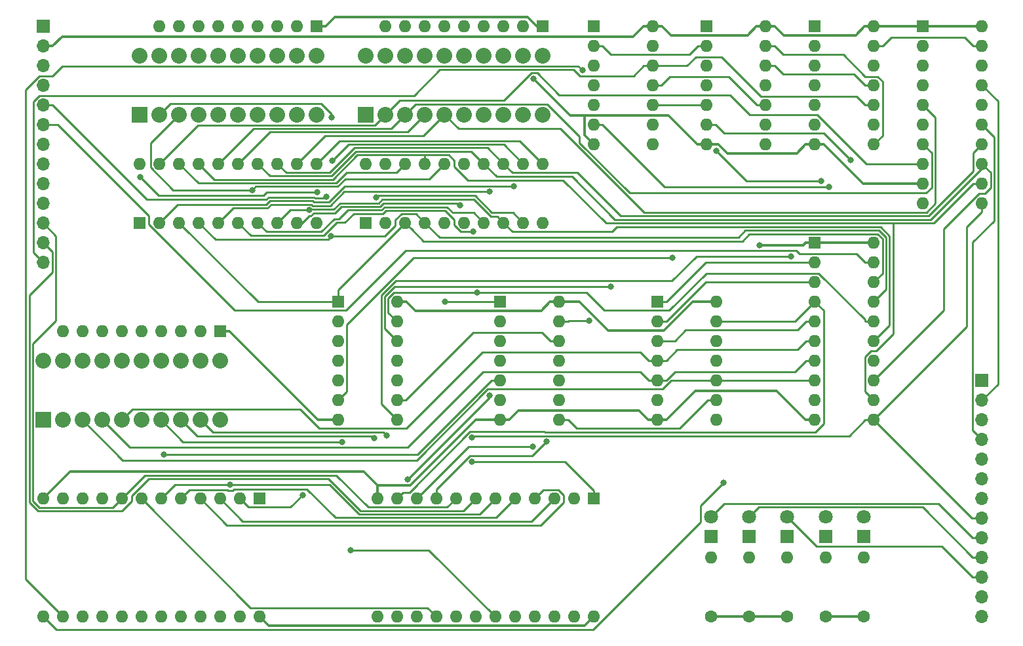
<source format=gtl>
G04 #@! TF.GenerationSoftware,KiCad,Pcbnew,5.0.2+dfsg1-1*
G04 #@! TF.CreationDate,2019-08-01T09:59:35+02:00*
G04 #@! TF.ProjectId,ALU,414c552e-6b69-4636-9164-5f7063625858,rev?*
G04 #@! TF.SameCoordinates,Original*
G04 #@! TF.FileFunction,Copper,L1,Top*
G04 #@! TF.FilePolarity,Positive*
%FSLAX46Y46*%
G04 Gerber Fmt 4.6, Leading zero omitted, Abs format (unit mm)*
G04 Created by KiCad (PCBNEW 5.0.2+dfsg1-1) date do 01 aug 2019 09:59:35 CEST*
%MOMM*%
%LPD*%
G01*
G04 APERTURE LIST*
G04 #@! TA.AperFunction,ComponentPad*
%ADD10O,1.600000X1.600000*%
G04 #@! TD*
G04 #@! TA.AperFunction,ComponentPad*
%ADD11R,1.600000X1.600000*%
G04 #@! TD*
G04 #@! TA.AperFunction,ComponentPad*
%ADD12O,1.700000X1.700000*%
G04 #@! TD*
G04 #@! TA.AperFunction,ComponentPad*
%ADD13R,1.700000X1.700000*%
G04 #@! TD*
G04 #@! TA.AperFunction,ComponentPad*
%ADD14R,2.032000X2.032000*%
G04 #@! TD*
G04 #@! TA.AperFunction,ComponentPad*
%ADD15C,2.032000*%
G04 #@! TD*
G04 #@! TA.AperFunction,ComponentPad*
%ADD16R,1.800000X1.800000*%
G04 #@! TD*
G04 #@! TA.AperFunction,ComponentPad*
%ADD17C,1.800000*%
G04 #@! TD*
G04 #@! TA.AperFunction,ComponentPad*
%ADD18C,1.600000*%
G04 #@! TD*
G04 #@! TA.AperFunction,ViaPad*
%ADD19C,0.800000*%
G04 #@! TD*
G04 #@! TA.AperFunction,Conductor*
%ADD20C,0.350000*%
G04 #@! TD*
G04 #@! TA.AperFunction,Conductor*
%ADD21C,0.250000*%
G04 #@! TD*
G04 APERTURE END LIST*
D10*
G04 #@! TO.P,U3,14*
G04 #@! TO.N,+5V*
X88900000Y-59690000D03*
G04 #@! TO.P,U3,7*
G04 #@! TO.N,GND*
X81280000Y-74930000D03*
G04 #@! TO.P,U3,13*
G04 #@! TO.N,Net-(U10-Pad6)*
X88900000Y-62230000D03*
G04 #@! TO.P,U3,6*
G04 #@! TO.N,Net-(U3-Pad6)*
X81280000Y-72390000D03*
G04 #@! TO.P,U3,12*
G04 #@! TO.N,Net-(U11-Pad9)*
X88900000Y-64770000D03*
G04 #@! TO.P,U3,5*
G04 #@! TO.N,/Cn4_B*
X81280000Y-69850000D03*
G04 #@! TO.P,U3,11*
G04 #@! TO.N,SHR*
X88900000Y-67310000D03*
G04 #@! TO.P,U3,4*
G04 #@! TO.N,Net-(U3-Pad4)*
X81280000Y-67310000D03*
G04 #@! TO.P,U3,10*
G04 #@! TO.N,~SHR*
X88900000Y-69850000D03*
G04 #@! TO.P,U3,3*
G04 #@! TO.N,/Cn4_B*
X81280000Y-64770000D03*
G04 #@! TO.P,U3,9*
G04 #@! TO.N,Net-(U10-Pad3)*
X88900000Y-72390000D03*
G04 #@! TO.P,U3,2*
G04 #@! TO.N,Net-(U3-Pad2)*
X81280000Y-62230000D03*
G04 #@! TO.P,U3,8*
G04 #@! TO.N,Net-(U3-Pad8)*
X88900000Y-74930000D03*
D11*
G04 #@! TO.P,U3,1*
G04 #@! TO.N,/Cn4_A*
X81280000Y-59690000D03*
G04 #@! TD*
G04 #@! TO.P,U8,1*
G04 #@! TO.N,Net-(U7-Pad3)*
X107950000Y-24130000D03*
D10*
G04 #@! TO.P,U8,8*
G04 #@! TO.N,Fc*
X115570000Y-39370000D03*
G04 #@! TO.P,U8,2*
G04 #@! TO.N,/Cn4_B*
X107950000Y-26670000D03*
G04 #@! TO.P,U8,9*
G04 #@! TO.N,Net-(U3-Pad6)*
X115570000Y-36830000D03*
G04 #@! TO.P,U8,3*
G04 #@! TO.N,Flt*
X107950000Y-29210000D03*
G04 #@! TO.P,U8,10*
G04 #@! TO.N,Net-(U7-Pad11)*
X115570000Y-34290000D03*
G04 #@! TO.P,U8,4*
G04 #@! TO.N,Net-(U7-Pad8)*
X107950000Y-31750000D03*
G04 #@! TO.P,U8,11*
G04 #@! TO.N,Fz*
X115570000Y-31750000D03*
G04 #@! TO.P,U8,5*
G04 #@! TO.N,Net-(U3-Pad4)*
X107950000Y-34290000D03*
G04 #@! TO.P,U8,12*
G04 #@! TO.N,Net-(U10-Pad11)*
X115570000Y-29210000D03*
G04 #@! TO.P,U8,6*
G04 #@! TO.N,Fgt*
X107950000Y-36830000D03*
G04 #@! TO.P,U8,13*
G04 #@! TO.N,SHRz*
X115570000Y-26670000D03*
G04 #@! TO.P,U8,7*
G04 #@! TO.N,GND*
X107950000Y-39370000D03*
G04 #@! TO.P,U8,14*
G04 #@! TO.N,+5V*
X115570000Y-24130000D03*
G04 #@! TD*
G04 #@! TO.P,U9,14*
G04 #@! TO.N,+5V*
X109220000Y-59690000D03*
G04 #@! TO.P,U9,7*
G04 #@! TO.N,GND*
X101600000Y-74930000D03*
G04 #@! TO.P,U9,13*
G04 #@! TO.N,Net-(BAR3-Pad7)*
X109220000Y-62230000D03*
G04 #@! TO.P,U9,6*
G04 #@! TO.N,Net-(U10-Pad2)*
X101600000Y-72390000D03*
G04 #@! TO.P,U9,12*
G04 #@! TO.N,Net-(U10-Pad1)*
X109220000Y-64770000D03*
G04 #@! TO.P,U9,5*
G04 #@! TO.N,Net-(BAR3-Pad4)*
X101600000Y-69850000D03*
G04 #@! TO.P,U9,11*
G04 #@! TO.N,Net-(BAR3-Pad2)*
X109220000Y-67310000D03*
G04 #@! TO.P,U9,4*
G04 #@! TO.N,Net-(BAR3-Pad5)*
X101600000Y-67310000D03*
G04 #@! TO.P,U9,10*
G04 #@! TO.N,Net-(BAR3-Pad3)*
X109220000Y-69850000D03*
G04 #@! TO.P,U9,3*
G04 #@! TO.N,Net-(BAR3-Pad6)*
X101600000Y-64770000D03*
G04 #@! TO.P,U9,9*
G04 #@! TO.N,Net-(U3-Pad8)*
X109220000Y-72390000D03*
G04 #@! TO.P,U9,2*
G04 #@! TO.N,Net-(BAR3-Pad8)*
X101600000Y-62230000D03*
G04 #@! TO.P,U9,8*
G04 #@! TO.N,Net-(U10-Pad12)*
X109220000Y-74930000D03*
D11*
G04 #@! TO.P,U9,1*
G04 #@! TO.N,Net-(BAR3-Pad9)*
X101600000Y-59690000D03*
G04 #@! TD*
G04 #@! TO.P,U10,1*
G04 #@! TO.N,Net-(U10-Pad1)*
X121920000Y-24130000D03*
D10*
G04 #@! TO.P,U10,8*
G04 #@! TO.N,SHRz*
X129540000Y-39370000D03*
G04 #@! TO.P,U10,2*
G04 #@! TO.N,Net-(U10-Pad2)*
X121920000Y-26670000D03*
G04 #@! TO.P,U10,9*
G04 #@! TO.N,Net-(U10-Pad9)*
X129540000Y-36830000D03*
G04 #@! TO.P,U10,3*
G04 #@! TO.N,Net-(U10-Pad3)*
X121920000Y-29210000D03*
G04 #@! TO.P,U10,10*
G04 #@! TO.N,SHR*
X129540000Y-34290000D03*
G04 #@! TO.P,U10,4*
G04 #@! TO.N,Net-(U10-Pad4)*
X121920000Y-31750000D03*
G04 #@! TO.P,U10,11*
G04 #@! TO.N,Net-(U10-Pad11)*
X129540000Y-31750000D03*
G04 #@! TO.P,U10,5*
G04 #@! TO.N,Net-(U10-Pad5)*
X121920000Y-34290000D03*
G04 #@! TO.P,U10,12*
G04 #@! TO.N,Net-(U10-Pad12)*
X129540000Y-29210000D03*
G04 #@! TO.P,U10,6*
G04 #@! TO.N,Net-(U10-Pad6)*
X121920000Y-36830000D03*
G04 #@! TO.P,U10,13*
G04 #@! TO.N,~SHR*
X129540000Y-26670000D03*
G04 #@! TO.P,U10,7*
G04 #@! TO.N,GND*
X121920000Y-39370000D03*
G04 #@! TO.P,U10,14*
G04 #@! TO.N,+5V*
X129540000Y-24130000D03*
G04 #@! TD*
G04 #@! TO.P,U7,14*
G04 #@! TO.N,+5V*
X100965000Y-24130000D03*
G04 #@! TO.P,U7,7*
G04 #@! TO.N,GND*
X93345000Y-39370000D03*
G04 #@! TO.P,U7,13*
G04 #@! TO.N,SHRc*
X100965000Y-26670000D03*
G04 #@! TO.P,U7,6*
G04 #@! TO.N,Feq*
X93345000Y-36830000D03*
G04 #@! TO.P,U7,12*
G04 #@! TO.N,SHR*
X100965000Y-29210000D03*
G04 #@! TO.P,U7,5*
G04 #@! TO.N,/A=B_B*
X93345000Y-34290000D03*
G04 #@! TO.P,U7,11*
G04 #@! TO.N,Net-(U7-Pad11)*
X100965000Y-31750000D03*
G04 #@! TO.P,U7,4*
G04 #@! TO.N,/A=B_A*
X93345000Y-31750000D03*
G04 #@! TO.P,U7,10*
G04 #@! TO.N,Net-(U3-Pad4)*
X100965000Y-34290000D03*
G04 #@! TO.P,U7,3*
G04 #@! TO.N,Net-(U7-Pad3)*
X93345000Y-29210000D03*
G04 #@! TO.P,U7,9*
G04 #@! TO.N,Net-(U3-Pad2)*
X100965000Y-36830000D03*
G04 #@! TO.P,U7,2*
G04 #@! TO.N,/Cn4_B*
X93345000Y-26670000D03*
G04 #@! TO.P,U7,8*
G04 #@! TO.N,Net-(U7-Pad8)*
X100965000Y-39370000D03*
D11*
G04 #@! TO.P,U7,1*
G04 #@! TO.N,/Cn4_A*
X93345000Y-24130000D03*
G04 #@! TD*
G04 #@! TO.P,U11,1*
G04 #@! TO.N,DATA_BUS0*
X60325000Y-59690000D03*
D10*
G04 #@! TO.P,U11,8*
G04 #@! TO.N,Net-(U10-Pad9)*
X67945000Y-74930000D03*
G04 #@! TO.P,U11,2*
G04 #@! TO.N,DATA_BUS1*
X60325000Y-62230000D03*
G04 #@! TO.P,U11,9*
G04 #@! TO.N,Net-(U11-Pad9)*
X67945000Y-72390000D03*
G04 #@! TO.P,U11,3*
G04 #@! TO.N,DATA_BUS3*
X60325000Y-64770000D03*
G04 #@! TO.P,U11,10*
G04 #@! TO.N,DATA_BUS6*
X67945000Y-69850000D03*
G04 #@! TO.P,U11,4*
G04 #@! TO.N,DATA_BUS4*
X60325000Y-67310000D03*
G04 #@! TO.P,U11,11*
G04 #@! TO.N,DATA_BUS7*
X67945000Y-67310000D03*
G04 #@! TO.P,U11,5*
G04 #@! TO.N,DATA_BUS5*
X60325000Y-69850000D03*
G04 #@! TO.P,U11,12*
G04 #@! TO.N,Net-(U10-Pad4)*
X67945000Y-64770000D03*
G04 #@! TO.P,U11,6*
G04 #@! TO.N,Net-(U10-Pad5)*
X60325000Y-72390000D03*
G04 #@! TO.P,U11,13*
G04 #@! TO.N,DATA_BUS2*
X67945000Y-62230000D03*
G04 #@! TO.P,U11,7*
G04 #@! TO.N,GND*
X60325000Y-74930000D03*
G04 #@! TO.P,U11,14*
G04 #@! TO.N,+5V*
X67945000Y-59690000D03*
G04 #@! TD*
D11*
G04 #@! TO.P,U12,1*
G04 #@! TO.N,+5V*
X121920000Y-52070000D03*
D10*
G04 #@! TO.P,U12,11*
G04 #@! TO.N,DATA_BUS7*
X129540000Y-74930000D03*
G04 #@! TO.P,U12,2*
G04 #@! TO.N,Net-(BAR3-Pad9)*
X121920000Y-54610000D03*
G04 #@! TO.P,U12,12*
G04 #@! TO.N,DATA_BUS6*
X129540000Y-72390000D03*
G04 #@! TO.P,U12,3*
G04 #@! TO.N,Net-(BAR3-Pad8)*
X121920000Y-57150000D03*
G04 #@! TO.P,U12,13*
G04 #@! TO.N,DATA_BUS5*
X129540000Y-69850000D03*
G04 #@! TO.P,U12,4*
G04 #@! TO.N,Net-(BAR3-Pad7)*
X121920000Y-59690000D03*
G04 #@! TO.P,U12,14*
G04 #@! TO.N,DATA_BUS4*
X129540000Y-67310000D03*
G04 #@! TO.P,U12,5*
G04 #@! TO.N,Net-(BAR3-Pad6)*
X121920000Y-62230000D03*
G04 #@! TO.P,U12,15*
G04 #@! TO.N,DATA_BUS3*
X129540000Y-64770000D03*
G04 #@! TO.P,U12,6*
G04 #@! TO.N,Net-(BAR3-Pad5)*
X121920000Y-64770000D03*
G04 #@! TO.P,U12,16*
G04 #@! TO.N,DATA_BUS2*
X129540000Y-62230000D03*
G04 #@! TO.P,U12,7*
G04 #@! TO.N,Net-(BAR3-Pad4)*
X121920000Y-67310000D03*
G04 #@! TO.P,U12,17*
G04 #@! TO.N,DATA_BUS1*
X129540000Y-59690000D03*
G04 #@! TO.P,U12,8*
G04 #@! TO.N,Net-(BAR3-Pad3)*
X121920000Y-69850000D03*
G04 #@! TO.P,U12,18*
G04 #@! TO.N,DATA_BUS0*
X129540000Y-57150000D03*
G04 #@! TO.P,U12,9*
G04 #@! TO.N,Net-(BAR3-Pad2)*
X121920000Y-72390000D03*
G04 #@! TO.P,U12,19*
G04 #@! TO.N,~ALU_OUT*
X129540000Y-54610000D03*
G04 #@! TO.P,U12,10*
G04 #@! TO.N,GND*
X121920000Y-74930000D03*
G04 #@! TO.P,U12,20*
G04 #@! TO.N,+5V*
X129540000Y-52070000D03*
G04 #@! TD*
D12*
G04 #@! TO.P,J1,13*
G04 #@! TO.N,SHR*
X22225000Y-54610000D03*
G04 #@! TO.P,J1,12*
G04 #@! TO.N,Cn*
X22225000Y-52070000D03*
G04 #@! TO.P,J1,11*
G04 #@! TO.N,M*
X22225000Y-49530000D03*
G04 #@! TO.P,J1,10*
G04 #@! TO.N,S3*
X22225000Y-46990000D03*
G04 #@! TO.P,J1,9*
G04 #@! TO.N,S2*
X22225000Y-44450000D03*
G04 #@! TO.P,J1,8*
G04 #@! TO.N,S1*
X22225000Y-41910000D03*
G04 #@! TO.P,J1,7*
G04 #@! TO.N,S0*
X22225000Y-39370000D03*
G04 #@! TO.P,J1,6*
G04 #@! TO.N,~ALU_OUT*
X22225000Y-36830000D03*
G04 #@! TO.P,J1,5*
G04 #@! TO.N,~AY_LOAD*
X22225000Y-34290000D03*
G04 #@! TO.P,J1,4*
G04 #@! TO.N,~AX_LOAD*
X22225000Y-31750000D03*
G04 #@! TO.P,J1,3*
G04 #@! TO.N,CLOCK*
X22225000Y-29210000D03*
G04 #@! TO.P,J1,2*
G04 #@! TO.N,+5V*
X22225000Y-26670000D03*
D13*
G04 #@! TO.P,J1,1*
G04 #@! TO.N,GND*
X22225000Y-24130000D03*
G04 #@! TD*
G04 #@! TO.P,J2,1*
G04 #@! TO.N,DATA_BUS0*
X143510000Y-69850000D03*
D12*
G04 #@! TO.P,J2,2*
G04 #@! TO.N,DATA_BUS1*
X143510000Y-72390000D03*
G04 #@! TO.P,J2,3*
G04 #@! TO.N,DATA_BUS2*
X143510000Y-74930000D03*
G04 #@! TO.P,J2,4*
G04 #@! TO.N,DATA_BUS3*
X143510000Y-77470000D03*
G04 #@! TO.P,J2,5*
G04 #@! TO.N,DATA_BUS4*
X143510000Y-80010000D03*
G04 #@! TO.P,J2,6*
G04 #@! TO.N,DATA_BUS5*
X143510000Y-82550000D03*
G04 #@! TO.P,J2,7*
G04 #@! TO.N,DATA_BUS6*
X143510000Y-85090000D03*
G04 #@! TO.P,J2,8*
G04 #@! TO.N,DATA_BUS7*
X143510000Y-87630000D03*
G04 #@! TO.P,J2,9*
G04 #@! TO.N,Fc*
X143510000Y-90170000D03*
G04 #@! TO.P,J2,10*
G04 #@! TO.N,Fz*
X143510000Y-92710000D03*
G04 #@! TO.P,J2,11*
G04 #@! TO.N,Flt*
X143510000Y-95250000D03*
G04 #@! TO.P,J2,12*
G04 #@! TO.N,Feq*
X143510000Y-97790000D03*
G04 #@! TO.P,J2,13*
G04 #@! TO.N,Fgt*
X143510000Y-100330000D03*
G04 #@! TD*
D14*
G04 #@! TO.P,BAR2,1*
G04 #@! TO.N,Net-(BAR2-Pad1)*
X34725700Y-35510600D03*
D15*
G04 #@! TO.P,BAR2,2*
G04 #@! TO.N,Net-(BAR2-Pad2)*
X37265700Y-35510600D03*
G04 #@! TO.P,BAR2,3*
G04 #@! TO.N,Net-(BAR2-Pad3)*
X39805700Y-35510600D03*
G04 #@! TO.P,BAR2,4*
G04 #@! TO.N,Net-(BAR2-Pad4)*
X42345700Y-35510600D03*
G04 #@! TO.P,BAR2,13*
G04 #@! TO.N,Net-(BAR2-Pad13)*
X52505700Y-27890600D03*
G04 #@! TO.P,BAR2,14*
G04 #@! TO.N,Net-(BAR2-Pad14)*
X49965700Y-27890600D03*
G04 #@! TO.P,BAR2,15*
G04 #@! TO.N,Net-(BAR2-Pad15)*
X47425700Y-27890600D03*
G04 #@! TO.P,BAR2,16*
G04 #@! TO.N,Net-(BAR2-Pad16)*
X44885700Y-27890600D03*
G04 #@! TO.P,BAR2,5*
G04 #@! TO.N,Net-(BAR2-Pad5)*
X44885700Y-35510600D03*
G04 #@! TO.P,BAR2,6*
G04 #@! TO.N,Net-(BAR2-Pad6)*
X47425700Y-35510600D03*
G04 #@! TO.P,BAR2,7*
G04 #@! TO.N,Net-(BAR2-Pad7)*
X49965700Y-35510600D03*
G04 #@! TO.P,BAR2,8*
G04 #@! TO.N,Net-(BAR2-Pad8)*
X52505700Y-35510600D03*
G04 #@! TO.P,BAR2,12*
G04 #@! TO.N,Net-(BAR2-Pad12)*
X55045700Y-27890600D03*
G04 #@! TO.P,BAR2,11*
G04 #@! TO.N,Net-(BAR2-Pad11)*
X57585700Y-27890600D03*
G04 #@! TO.P,BAR2,10*
G04 #@! TO.N,Net-(BAR2-Pad10)*
X57585700Y-35510600D03*
G04 #@! TO.P,BAR2,9*
G04 #@! TO.N,Net-(BAR2-Pad9)*
X55045700Y-35510600D03*
G04 #@! TO.P,BAR2,17*
G04 #@! TO.N,Net-(BAR2-Pad17)*
X42345700Y-27890600D03*
G04 #@! TO.P,BAR2,18*
G04 #@! TO.N,Net-(BAR2-Pad18)*
X39805700Y-27890600D03*
G04 #@! TO.P,BAR2,19*
G04 #@! TO.N,Net-(BAR2-Pad19)*
X37265700Y-27890600D03*
G04 #@! TO.P,BAR2,20*
G04 #@! TO.N,Net-(BAR2-Pad20)*
X34725700Y-27890600D03*
G04 #@! TD*
G04 #@! TO.P,BAR1,20*
G04 #@! TO.N,Net-(BAR1-Pad20)*
X63935700Y-27890600D03*
G04 #@! TO.P,BAR1,19*
G04 #@! TO.N,Net-(BAR1-Pad19)*
X66475700Y-27890600D03*
G04 #@! TO.P,BAR1,18*
G04 #@! TO.N,Net-(BAR1-Pad18)*
X69015700Y-27890600D03*
G04 #@! TO.P,BAR1,17*
G04 #@! TO.N,Net-(BAR1-Pad17)*
X71555700Y-27890600D03*
G04 #@! TO.P,BAR1,9*
G04 #@! TO.N,SHRc*
X84255700Y-35510600D03*
G04 #@! TO.P,BAR1,10*
G04 #@! TO.N,Net-(BAR1-Pad10)*
X86795700Y-35510600D03*
G04 #@! TO.P,BAR1,11*
G04 #@! TO.N,Net-(BAR1-Pad11)*
X86795700Y-27890600D03*
G04 #@! TO.P,BAR1,12*
G04 #@! TO.N,Net-(BAR1-Pad12)*
X84255700Y-27890600D03*
G04 #@! TO.P,BAR1,8*
G04 #@! TO.N,Net-(BAR1-Pad8)*
X81715700Y-35510600D03*
G04 #@! TO.P,BAR1,7*
G04 #@! TO.N,Net-(BAR1-Pad7)*
X79175700Y-35510600D03*
G04 #@! TO.P,BAR1,6*
G04 #@! TO.N,Net-(BAR1-Pad6)*
X76635700Y-35510600D03*
G04 #@! TO.P,BAR1,5*
G04 #@! TO.N,Net-(BAR1-Pad5)*
X74095700Y-35510600D03*
G04 #@! TO.P,BAR1,16*
G04 #@! TO.N,Net-(BAR1-Pad16)*
X74095700Y-27890600D03*
G04 #@! TO.P,BAR1,15*
G04 #@! TO.N,Net-(BAR1-Pad15)*
X76635700Y-27890600D03*
G04 #@! TO.P,BAR1,14*
G04 #@! TO.N,Net-(BAR1-Pad14)*
X79175700Y-27890600D03*
G04 #@! TO.P,BAR1,13*
G04 #@! TO.N,Net-(BAR1-Pad13)*
X81715700Y-27890600D03*
G04 #@! TO.P,BAR1,4*
G04 #@! TO.N,Net-(BAR1-Pad4)*
X71555700Y-35510600D03*
G04 #@! TO.P,BAR1,3*
G04 #@! TO.N,Net-(BAR1-Pad3)*
X69015700Y-35510600D03*
G04 #@! TO.P,BAR1,2*
G04 #@! TO.N,Net-(BAR1-Pad2)*
X66475700Y-35510600D03*
D14*
G04 #@! TO.P,BAR1,1*
G04 #@! TO.N,Net-(BAR1-Pad1)*
X63935700Y-35510600D03*
G04 #@! TD*
G04 #@! TO.P,BAR3,1*
G04 #@! TO.N,Net-(BAR3-Pad1)*
X22225000Y-74930000D03*
D15*
G04 #@! TO.P,BAR3,2*
G04 #@! TO.N,Net-(BAR3-Pad2)*
X24765000Y-74930000D03*
G04 #@! TO.P,BAR3,3*
G04 #@! TO.N,Net-(BAR3-Pad3)*
X27305000Y-74930000D03*
G04 #@! TO.P,BAR3,4*
G04 #@! TO.N,Net-(BAR3-Pad4)*
X29845000Y-74930000D03*
G04 #@! TO.P,BAR3,13*
G04 #@! TO.N,Net-(BAR3-Pad13)*
X40005000Y-67310000D03*
G04 #@! TO.P,BAR3,14*
G04 #@! TO.N,Net-(BAR3-Pad14)*
X37465000Y-67310000D03*
G04 #@! TO.P,BAR3,15*
G04 #@! TO.N,Net-(BAR3-Pad15)*
X34925000Y-67310000D03*
G04 #@! TO.P,BAR3,16*
G04 #@! TO.N,Net-(BAR3-Pad16)*
X32385000Y-67310000D03*
G04 #@! TO.P,BAR3,5*
G04 #@! TO.N,Net-(BAR3-Pad5)*
X32385000Y-74930000D03*
G04 #@! TO.P,BAR3,6*
G04 #@! TO.N,Net-(BAR3-Pad6)*
X34925000Y-74930000D03*
G04 #@! TO.P,BAR3,7*
G04 #@! TO.N,Net-(BAR3-Pad7)*
X37465000Y-74930000D03*
G04 #@! TO.P,BAR3,8*
G04 #@! TO.N,Net-(BAR3-Pad8)*
X40005000Y-74930000D03*
G04 #@! TO.P,BAR3,12*
G04 #@! TO.N,Net-(BAR3-Pad12)*
X42545000Y-67310000D03*
G04 #@! TO.P,BAR3,11*
G04 #@! TO.N,Net-(BAR3-Pad11)*
X45085000Y-67310000D03*
G04 #@! TO.P,BAR3,10*
G04 #@! TO.N,Net-(BAR3-Pad10)*
X45085000Y-74930000D03*
G04 #@! TO.P,BAR3,9*
G04 #@! TO.N,Net-(BAR3-Pad9)*
X42545000Y-74930000D03*
G04 #@! TO.P,BAR3,17*
G04 #@! TO.N,Net-(BAR3-Pad17)*
X29845000Y-67310000D03*
G04 #@! TO.P,BAR3,18*
G04 #@! TO.N,Net-(BAR3-Pad18)*
X27305000Y-67310000D03*
G04 #@! TO.P,BAR3,19*
G04 #@! TO.N,Net-(BAR3-Pad19)*
X24765000Y-67310000D03*
G04 #@! TO.P,BAR3,20*
G04 #@! TO.N,Net-(BAR3-Pad20)*
X22225000Y-67310000D03*
G04 #@! TD*
D16*
G04 #@! TO.P,D1,1*
G04 #@! TO.N,Net-(D1-Pad1)*
X118329000Y-90011000D03*
D17*
G04 #@! TO.P,D1,2*
G04 #@! TO.N,Flt*
X118329000Y-87471000D03*
G04 #@! TD*
G04 #@! TO.P,D2,2*
G04 #@! TO.N,Feq*
X123304000Y-87471000D03*
D16*
G04 #@! TO.P,D2,1*
G04 #@! TO.N,Net-(D2-Pad1)*
X123304000Y-90011000D03*
G04 #@! TD*
G04 #@! TO.P,D3,1*
G04 #@! TO.N,Net-(D3-Pad1)*
X128279000Y-90011000D03*
D17*
G04 #@! TO.P,D3,2*
G04 #@! TO.N,Fgt*
X128279000Y-87471000D03*
G04 #@! TD*
G04 #@! TO.P,D4,2*
G04 #@! TO.N,Fc*
X108489000Y-87471000D03*
D16*
G04 #@! TO.P,D4,1*
G04 #@! TO.N,Net-(D4-Pad1)*
X108489000Y-90011000D03*
G04 #@! TD*
G04 #@! TO.P,D5,1*
G04 #@! TO.N,Net-(D5-Pad1)*
X113464000Y-90011000D03*
D17*
G04 #@! TO.P,D5,2*
G04 #@! TO.N,Fz*
X113464000Y-87471000D03*
G04 #@! TD*
D10*
G04 #@! TO.P,U1,20*
G04 #@! TO.N,+5V*
X63935700Y-41860600D03*
G04 #@! TO.P,U1,10*
G04 #@! TO.N,GND*
X86795700Y-49480600D03*
G04 #@! TO.P,U1,19*
G04 #@! TO.N,Net-(BAR2-Pad2)*
X66475700Y-41860600D03*
G04 #@! TO.P,U1,9*
G04 #@! TO.N,Net-(BAR2-Pad6)*
X84255700Y-49480600D03*
G04 #@! TO.P,U1,18*
G04 #@! TO.N,DATA_BUS7*
X69015700Y-41860600D03*
G04 #@! TO.P,U1,8*
G04 #@! TO.N,DATA_BUS3*
X81715700Y-49480600D03*
G04 #@! TO.P,U1,17*
G04 #@! TO.N,DATA_BUS6*
X71555700Y-41860600D03*
G04 #@! TO.P,U1,7*
G04 #@! TO.N,DATA_BUS2*
X79175700Y-49480600D03*
G04 #@! TO.P,U1,16*
G04 #@! TO.N,Net-(BAR2-Pad3)*
X74095700Y-41860600D03*
G04 #@! TO.P,U1,6*
G04 #@! TO.N,Net-(BAR2-Pad7)*
X76635700Y-49480600D03*
G04 #@! TO.P,U1,15*
G04 #@! TO.N,Net-(BAR2-Pad4)*
X76635700Y-41860600D03*
G04 #@! TO.P,U1,5*
G04 #@! TO.N,Net-(BAR2-Pad8)*
X74095700Y-49480600D03*
G04 #@! TO.P,U1,14*
G04 #@! TO.N,DATA_BUS5*
X79175700Y-41860600D03*
G04 #@! TO.P,U1,4*
G04 #@! TO.N,DATA_BUS1*
X71555700Y-49480600D03*
G04 #@! TO.P,U1,13*
G04 #@! TO.N,DATA_BUS4*
X81715700Y-41860600D03*
G04 #@! TO.P,U1,3*
G04 #@! TO.N,DATA_BUS0*
X69015700Y-49480600D03*
G04 #@! TO.P,U1,12*
G04 #@! TO.N,Net-(BAR2-Pad5)*
X84255700Y-41860600D03*
G04 #@! TO.P,U1,2*
G04 #@! TO.N,Net-(BAR2-Pad9)*
X66475700Y-49480600D03*
G04 #@! TO.P,U1,11*
G04 #@! TO.N,CLOCK*
X86795700Y-41860600D03*
D11*
G04 #@! TO.P,U1,1*
G04 #@! TO.N,~AY_LOAD*
X63935700Y-49480600D03*
G04 #@! TD*
G04 #@! TO.P,U2,1*
G04 #@! TO.N,~AX_LOAD*
X34725700Y-49480600D03*
D10*
G04 #@! TO.P,U2,11*
G04 #@! TO.N,CLOCK*
X57585700Y-41860600D03*
G04 #@! TO.P,U2,2*
G04 #@! TO.N,SHRc*
X37265700Y-49480600D03*
G04 #@! TO.P,U2,12*
G04 #@! TO.N,Net-(BAR1-Pad5)*
X55045700Y-41860600D03*
G04 #@! TO.P,U2,3*
G04 #@! TO.N,DATA_BUS0*
X39805700Y-49480600D03*
G04 #@! TO.P,U2,13*
G04 #@! TO.N,DATA_BUS4*
X52505700Y-41860600D03*
G04 #@! TO.P,U2,4*
G04 #@! TO.N,DATA_BUS1*
X42345700Y-49480600D03*
G04 #@! TO.P,U2,14*
G04 #@! TO.N,DATA_BUS5*
X49965700Y-41860600D03*
G04 #@! TO.P,U2,5*
G04 #@! TO.N,Net-(BAR1-Pad8)*
X44885700Y-49480600D03*
G04 #@! TO.P,U2,15*
G04 #@! TO.N,Net-(BAR1-Pad4)*
X47425700Y-41860600D03*
G04 #@! TO.P,U2,6*
G04 #@! TO.N,Net-(BAR1-Pad7)*
X47425700Y-49480600D03*
G04 #@! TO.P,U2,16*
G04 #@! TO.N,Net-(BAR1-Pad3)*
X44885700Y-41860600D03*
G04 #@! TO.P,U2,7*
G04 #@! TO.N,DATA_BUS2*
X49965700Y-49480600D03*
G04 #@! TO.P,U2,17*
G04 #@! TO.N,DATA_BUS6*
X42345700Y-41860600D03*
G04 #@! TO.P,U2,8*
G04 #@! TO.N,DATA_BUS3*
X52505700Y-49480600D03*
G04 #@! TO.P,U2,18*
G04 #@! TO.N,DATA_BUS7*
X39805700Y-41860600D03*
G04 #@! TO.P,U2,9*
G04 #@! TO.N,Net-(BAR1-Pad6)*
X55045700Y-49480600D03*
G04 #@! TO.P,U2,19*
G04 #@! TO.N,Net-(BAR1-Pad2)*
X37265700Y-41860600D03*
G04 #@! TO.P,U2,10*
G04 #@! TO.N,GND*
X57585700Y-49480600D03*
G04 #@! TO.P,U2,20*
G04 #@! TO.N,+5V*
X34725700Y-41860600D03*
G04 #@! TD*
D11*
G04 #@! TO.P,U6,1*
G04 #@! TO.N,+5V*
X135890000Y-24130000D03*
D10*
G04 #@! TO.P,U6,11*
G04 #@! TO.N,DATA_BUS7*
X143510000Y-46990000D03*
G04 #@! TO.P,U6,2*
G04 #@! TO.N,Net-(BAR1-Pad8)*
X135890000Y-26670000D03*
G04 #@! TO.P,U6,12*
G04 #@! TO.N,DATA_BUS6*
X143510000Y-44450000D03*
G04 #@! TO.P,U6,3*
G04 #@! TO.N,Net-(BAR1-Pad7)*
X135890000Y-29210000D03*
G04 #@! TO.P,U6,13*
G04 #@! TO.N,DATA_BUS5*
X143510000Y-41910000D03*
G04 #@! TO.P,U6,4*
G04 #@! TO.N,Net-(BAR1-Pad6)*
X135890000Y-31750000D03*
G04 #@! TO.P,U6,14*
G04 #@! TO.N,DATA_BUS4*
X143510000Y-39370000D03*
G04 #@! TO.P,U6,5*
G04 #@! TO.N,Net-(BAR1-Pad5)*
X135890000Y-34290000D03*
G04 #@! TO.P,U6,15*
G04 #@! TO.N,DATA_BUS3*
X143510000Y-36830000D03*
G04 #@! TO.P,U6,6*
G04 #@! TO.N,Net-(BAR1-Pad4)*
X135890000Y-36830000D03*
G04 #@! TO.P,U6,16*
G04 #@! TO.N,DATA_BUS2*
X143510000Y-34290000D03*
G04 #@! TO.P,U6,7*
G04 #@! TO.N,Net-(BAR1-Pad3)*
X135890000Y-39370000D03*
G04 #@! TO.P,U6,17*
G04 #@! TO.N,DATA_BUS1*
X143510000Y-31750000D03*
G04 #@! TO.P,U6,8*
G04 #@! TO.N,Net-(BAR1-Pad2)*
X135890000Y-41910000D03*
G04 #@! TO.P,U6,18*
G04 #@! TO.N,DATA_BUS0*
X143510000Y-29210000D03*
G04 #@! TO.P,U6,9*
G04 #@! TO.N,GND*
X135890000Y-44450000D03*
G04 #@! TO.P,U6,19*
G04 #@! TO.N,~SHR*
X143510000Y-26670000D03*
G04 #@! TO.P,U6,10*
G04 #@! TO.N,GND*
X135890000Y-46990000D03*
G04 #@! TO.P,U6,20*
G04 #@! TO.N,+5V*
X143510000Y-24130000D03*
G04 #@! TD*
G04 #@! TO.P,U5,24*
G04 #@! TO.N,+5V*
X50165000Y-100330000D03*
G04 #@! TO.P,U5,12*
G04 #@! TO.N,GND*
X22225000Y-85090000D03*
G04 #@! TO.P,U5,23*
G04 #@! TO.N,Net-(BAR1-Pad4)*
X47625000Y-100330000D03*
G04 #@! TO.P,U5,11*
G04 #@! TO.N,Net-(BAR3-Pad3)*
X24765000Y-85090000D03*
G04 #@! TO.P,U5,22*
G04 #@! TO.N,Net-(BAR2-Pad4)*
X45085000Y-100330000D03*
G04 #@! TO.P,U5,10*
G04 #@! TO.N,Net-(BAR3-Pad4)*
X27305000Y-85090000D03*
G04 #@! TO.P,U5,21*
G04 #@! TO.N,Net-(BAR1-Pad3)*
X42545000Y-100330000D03*
G04 #@! TO.P,U5,9*
G04 #@! TO.N,Net-(BAR3-Pad5)*
X29845000Y-85090000D03*
G04 #@! TO.P,U5,20*
G04 #@! TO.N,Net-(BAR2-Pad3)*
X40005000Y-100330000D03*
G04 #@! TO.P,U5,8*
G04 #@! TO.N,M*
X32385000Y-85090000D03*
G04 #@! TO.P,U5,19*
G04 #@! TO.N,Net-(BAR1-Pad2)*
X37465000Y-100330000D03*
G04 #@! TO.P,U5,7*
G04 #@! TO.N,/Cn4_A*
X34925000Y-85090000D03*
G04 #@! TO.P,U5,18*
G04 #@! TO.N,Net-(BAR2-Pad2)*
X34925000Y-100330000D03*
G04 #@! TO.P,U5,6*
G04 #@! TO.N,S0*
X37465000Y-85090000D03*
G04 #@! TO.P,U5,17*
G04 #@! TO.N,Net-(U5-Pad17)*
X32385000Y-100330000D03*
G04 #@! TO.P,U5,5*
G04 #@! TO.N,S1*
X40005000Y-85090000D03*
G04 #@! TO.P,U5,16*
G04 #@! TO.N,/Cn4_B*
X29845000Y-100330000D03*
G04 #@! TO.P,U5,4*
G04 #@! TO.N,S2*
X42545000Y-85090000D03*
G04 #@! TO.P,U5,15*
G04 #@! TO.N,Net-(U5-Pad15)*
X27305000Y-100330000D03*
G04 #@! TO.P,U5,3*
G04 #@! TO.N,S3*
X45085000Y-85090000D03*
G04 #@! TO.P,U5,14*
G04 #@! TO.N,/A=B_B*
X24765000Y-100330000D03*
G04 #@! TO.P,U5,2*
G04 #@! TO.N,Net-(BAR1-Pad5)*
X47625000Y-85090000D03*
G04 #@! TO.P,U5,13*
G04 #@! TO.N,Net-(BAR3-Pad2)*
X22225000Y-100330000D03*
D11*
G04 #@! TO.P,U5,1*
G04 #@! TO.N,Net-(BAR2-Pad5)*
X50165000Y-85090000D03*
G04 #@! TD*
D10*
G04 #@! TO.P,U4,24*
G04 #@! TO.N,+5V*
X93345000Y-100330000D03*
G04 #@! TO.P,U4,12*
G04 #@! TO.N,GND*
X65405000Y-85090000D03*
G04 #@! TO.P,U4,23*
G04 #@! TO.N,Net-(BAR1-Pad8)*
X90805000Y-100330000D03*
G04 #@! TO.P,U4,11*
G04 #@! TO.N,Net-(BAR3-Pad7)*
X67945000Y-85090000D03*
G04 #@! TO.P,U4,22*
G04 #@! TO.N,Net-(BAR2-Pad8)*
X88265000Y-100330000D03*
G04 #@! TO.P,U4,10*
G04 #@! TO.N,Net-(BAR3-Pad8)*
X70485000Y-85090000D03*
G04 #@! TO.P,U4,21*
G04 #@! TO.N,Net-(BAR1-Pad7)*
X85725000Y-100330000D03*
G04 #@! TO.P,U4,9*
G04 #@! TO.N,Net-(BAR3-Pad9)*
X73025000Y-85090000D03*
G04 #@! TO.P,U4,20*
G04 #@! TO.N,Net-(BAR2-Pad7)*
X83185000Y-100330000D03*
G04 #@! TO.P,U4,8*
G04 #@! TO.N,M*
X75565000Y-85090000D03*
G04 #@! TO.P,U4,19*
G04 #@! TO.N,Net-(BAR1-Pad6)*
X80645000Y-100330000D03*
G04 #@! TO.P,U4,7*
G04 #@! TO.N,Cn*
X78105000Y-85090000D03*
G04 #@! TO.P,U4,18*
G04 #@! TO.N,Net-(BAR2-Pad6)*
X78105000Y-100330000D03*
G04 #@! TO.P,U4,6*
G04 #@! TO.N,S0*
X80645000Y-85090000D03*
G04 #@! TO.P,U4,17*
G04 #@! TO.N,Net-(U4-Pad17)*
X75565000Y-100330000D03*
G04 #@! TO.P,U4,5*
G04 #@! TO.N,S1*
X83185000Y-85090000D03*
G04 #@! TO.P,U4,16*
G04 #@! TO.N,/Cn4_A*
X73025000Y-100330000D03*
G04 #@! TO.P,U4,4*
G04 #@! TO.N,S2*
X85725000Y-85090000D03*
G04 #@! TO.P,U4,15*
G04 #@! TO.N,Net-(U4-Pad15)*
X70485000Y-100330000D03*
G04 #@! TO.P,U4,3*
G04 #@! TO.N,S3*
X88265000Y-85090000D03*
G04 #@! TO.P,U4,14*
G04 #@! TO.N,/A=B_A*
X67945000Y-100330000D03*
G04 #@! TO.P,U4,2*
G04 #@! TO.N,SHRc*
X90805000Y-85090000D03*
G04 #@! TO.P,U4,13*
G04 #@! TO.N,Net-(BAR3-Pad6)*
X65405000Y-100330000D03*
D11*
G04 #@! TO.P,U4,1*
G04 #@! TO.N,Net-(BAR2-Pad9)*
X93345000Y-85090000D03*
G04 #@! TD*
G04 #@! TO.P,RN1,1*
G04 #@! TO.N,GND*
X86795700Y-24080600D03*
D10*
G04 #@! TO.P,RN1,2*
G04 #@! TO.N,Net-(BAR1-Pad12)*
X84255700Y-24080600D03*
G04 #@! TO.P,RN1,3*
G04 #@! TO.N,Net-(BAR1-Pad13)*
X81715700Y-24080600D03*
G04 #@! TO.P,RN1,4*
G04 #@! TO.N,Net-(BAR1-Pad14)*
X79175700Y-24080600D03*
G04 #@! TO.P,RN1,5*
G04 #@! TO.N,Net-(BAR1-Pad15)*
X76635700Y-24080600D03*
G04 #@! TO.P,RN1,6*
G04 #@! TO.N,Net-(BAR1-Pad16)*
X74095700Y-24080600D03*
G04 #@! TO.P,RN1,7*
G04 #@! TO.N,Net-(BAR1-Pad17)*
X71555700Y-24080600D03*
G04 #@! TO.P,RN1,8*
G04 #@! TO.N,Net-(BAR1-Pad18)*
X69015700Y-24080600D03*
G04 #@! TO.P,RN1,9*
G04 #@! TO.N,Net-(BAR1-Pad19)*
X66475700Y-24080600D03*
G04 #@! TD*
G04 #@! TO.P,RN2,9*
G04 #@! TO.N,Net-(BAR2-Pad19)*
X37265700Y-24080600D03*
G04 #@! TO.P,RN2,8*
G04 #@! TO.N,Net-(BAR2-Pad18)*
X39805700Y-24080600D03*
G04 #@! TO.P,RN2,7*
G04 #@! TO.N,Net-(BAR2-Pad17)*
X42345700Y-24080600D03*
G04 #@! TO.P,RN2,6*
G04 #@! TO.N,Net-(BAR2-Pad16)*
X44885700Y-24080600D03*
G04 #@! TO.P,RN2,5*
G04 #@! TO.N,Net-(BAR2-Pad15)*
X47425700Y-24080600D03*
G04 #@! TO.P,RN2,4*
G04 #@! TO.N,Net-(BAR2-Pad14)*
X49965700Y-24080600D03*
G04 #@! TO.P,RN2,3*
G04 #@! TO.N,Net-(BAR2-Pad13)*
X52505700Y-24080600D03*
G04 #@! TO.P,RN2,2*
G04 #@! TO.N,Net-(BAR2-Pad12)*
X55045700Y-24080600D03*
D11*
G04 #@! TO.P,RN2,1*
G04 #@! TO.N,GND*
X57585700Y-24080600D03*
G04 #@! TD*
G04 #@! TO.P,RN3,1*
G04 #@! TO.N,GND*
X45085000Y-63500000D03*
D10*
G04 #@! TO.P,RN3,2*
G04 #@! TO.N,Net-(BAR3-Pad12)*
X42545000Y-63500000D03*
G04 #@! TO.P,RN3,3*
G04 #@! TO.N,Net-(BAR3-Pad13)*
X40005000Y-63500000D03*
G04 #@! TO.P,RN3,4*
G04 #@! TO.N,Net-(BAR3-Pad14)*
X37465000Y-63500000D03*
G04 #@! TO.P,RN3,5*
G04 #@! TO.N,Net-(BAR3-Pad15)*
X34925000Y-63500000D03*
G04 #@! TO.P,RN3,6*
G04 #@! TO.N,Net-(BAR3-Pad16)*
X32385000Y-63500000D03*
G04 #@! TO.P,RN3,7*
G04 #@! TO.N,Net-(BAR3-Pad17)*
X29845000Y-63500000D03*
G04 #@! TO.P,RN3,8*
G04 #@! TO.N,Net-(BAR3-Pad18)*
X27305000Y-63500000D03*
G04 #@! TO.P,RN3,9*
G04 #@! TO.N,Net-(BAR3-Pad19)*
X24765000Y-63500000D03*
G04 #@! TD*
D18*
G04 #@! TO.P,R5,1*
G04 #@! TO.N,GND*
X113464000Y-100330000D03*
D10*
G04 #@! TO.P,R5,2*
G04 #@! TO.N,Net-(D5-Pad1)*
X113464000Y-92710000D03*
G04 #@! TD*
G04 #@! TO.P,R4,2*
G04 #@! TO.N,Net-(D4-Pad1)*
X108489000Y-92710000D03*
D18*
G04 #@! TO.P,R4,1*
G04 #@! TO.N,GND*
X108489000Y-100330000D03*
G04 #@! TD*
G04 #@! TO.P,R3,1*
G04 #@! TO.N,GND*
X128279000Y-100330000D03*
D10*
G04 #@! TO.P,R3,2*
G04 #@! TO.N,Net-(D3-Pad1)*
X128279000Y-92710000D03*
G04 #@! TD*
G04 #@! TO.P,R2,2*
G04 #@! TO.N,Net-(D2-Pad1)*
X123304000Y-92710000D03*
D18*
G04 #@! TO.P,R2,1*
G04 #@! TO.N,GND*
X123304000Y-100330000D03*
G04 #@! TD*
G04 #@! TO.P,R1,1*
G04 #@! TO.N,GND*
X118329000Y-100330000D03*
D10*
G04 #@! TO.P,R1,2*
G04 #@! TO.N,Net-(D1-Pad1)*
X118329000Y-92710000D03*
G04 #@! TD*
D19*
G04 #@! TO.N,GND*
X85584300Y-30891900D03*
G04 #@! TO.N,Net-(BAR2-Pad9)*
X77657000Y-80323800D03*
G04 #@! TO.N,SHRc*
X83042500Y-44737200D03*
G04 #@! TO.N,/A=B_A*
X79909100Y-71769200D03*
X69309300Y-82602300D03*
G04 #@! TO.N,/Cn4_A*
X74132300Y-59663800D03*
G04 #@! TO.N,S0*
X46401600Y-83317600D03*
G04 #@! TO.N,Net-(BAR2-Pad6)*
X65262100Y-46215800D03*
G04 #@! TO.N,Net-(BAR1-Pad6)*
X76110800Y-47192300D03*
X61976900Y-91738900D03*
G04 #@! TO.N,Net-(BAR3-Pad9)*
X66622700Y-76978400D03*
X87275800Y-77738300D03*
G04 #@! TO.N,Net-(BAR1-Pad7)*
X77763400Y-50626000D03*
G04 #@! TO.N,Net-(BAR3-Pad8)*
X85509900Y-78380900D03*
X65035400Y-77286600D03*
G04 #@! TO.N,Net-(BAR3-Pad7)*
X60888500Y-77778500D03*
G04 #@! TO.N,Net-(BAR1-Pad8)*
X79876200Y-45464800D03*
G04 #@! TO.N,+5V*
X114782900Y-52376700D03*
G04 #@! TO.N,Net-(BAR2-Pad3)*
X49246400Y-45257100D03*
G04 #@! TO.N,Net-(BAR2-Pad2)*
X59457300Y-35889500D03*
G04 #@! TO.N,/Cn4_B*
X37848200Y-79404500D03*
G04 #@! TO.N,/A=B_B*
X91888500Y-29824100D03*
G04 #@! TO.N,Net-(BAR1-Pad5)*
X55756800Y-84662700D03*
G04 #@! TO.N,Net-(BAR3-Pad2)*
X110110600Y-83074100D03*
G04 #@! TO.N,Net-(BAR2-Pad5)*
X59539600Y-41473900D03*
G04 #@! TO.N,DATA_BUS7*
X77657000Y-77213400D03*
G04 #@! TO.N,DATA_BUS3*
X56580400Y-47834800D03*
G04 #@! TO.N,DATA_BUS2*
X78314200Y-58512300D03*
G04 #@! TO.N,DATA_BUS1*
X59435400Y-51234800D03*
G04 #@! TO.N,CLOCK*
X34739900Y-43602700D03*
X57631200Y-45536100D03*
G04 #@! TO.N,~AY_LOAD*
X58824900Y-46103200D03*
G04 #@! TO.N,Net-(U10-Pad6)*
X92794500Y-62091900D03*
G04 #@! TO.N,Net-(U10-Pad5)*
X103542700Y-53978200D03*
G04 #@! TO.N,Net-(U10-Pad4)*
X95596900Y-57753700D03*
G04 #@! TO.N,Net-(U10-Pad9)*
X118828500Y-53816100D03*
G04 #@! TO.N,Fgt*
X126588900Y-41424900D03*
G04 #@! TO.N,Flt*
X109173900Y-40197100D03*
X122750900Y-44137300D03*
G04 #@! TO.N,Feq*
X123788000Y-44901300D03*
G04 #@! TD*
D20*
G04 #@! TO.N,GND*
X92158900Y-35628900D02*
X90321300Y-35628900D01*
X90321300Y-35628900D02*
X85584300Y-30891900D01*
X123095300Y-39370000D02*
X128175300Y-44450000D01*
X128175300Y-44450000D02*
X134714700Y-44450000D01*
X106774700Y-39370000D02*
X103033600Y-35628900D01*
X103033600Y-35628900D02*
X92158900Y-35628900D01*
X65405000Y-83377600D02*
X65405000Y-83914700D01*
X65405000Y-83377600D02*
X69666900Y-83377600D01*
X69666900Y-83377600D02*
X78114500Y-74930000D01*
X78114500Y-74930000D02*
X80104700Y-74930000D01*
X120744700Y-39370000D02*
X119569300Y-40545400D01*
X119569300Y-40545400D02*
X110618700Y-40545400D01*
X110618700Y-40545400D02*
X109443300Y-39370000D01*
X109443300Y-39370000D02*
X109125300Y-39370000D01*
X107950000Y-39370000D02*
X109125300Y-39370000D01*
X121920000Y-39370000D02*
X120744700Y-39370000D01*
X122507700Y-39370000D02*
X121920000Y-39370000D01*
X122507700Y-39370000D02*
X123095300Y-39370000D01*
X135890000Y-44450000D02*
X134714700Y-44450000D01*
X101600000Y-74930000D02*
X102775300Y-74930000D01*
X121920000Y-74930000D02*
X120744700Y-74930000D01*
X120744700Y-74930000D02*
X117009000Y-71194300D01*
X117009000Y-71194300D02*
X106511000Y-71194300D01*
X106511000Y-71194300D02*
X102775300Y-74930000D01*
X45085000Y-63500000D02*
X46260300Y-63500000D01*
X46260300Y-63500000D02*
X57690300Y-74930000D01*
X57690300Y-74930000D02*
X60325000Y-74930000D01*
X107950000Y-39370000D02*
X106774700Y-39370000D01*
X81280000Y-74930000D02*
X80104700Y-74930000D01*
X81280000Y-74930000D02*
X82455300Y-74930000D01*
X100424700Y-74930000D02*
X99234100Y-73739400D01*
X99234100Y-73739400D02*
X83645900Y-73739400D01*
X83645900Y-73739400D02*
X82455300Y-74930000D01*
X101600000Y-74930000D02*
X100424700Y-74930000D01*
X113464000Y-100330000D02*
X108489000Y-100330000D01*
X118329000Y-100330000D02*
X113464000Y-100330000D01*
X128279000Y-100330000D02*
X123304000Y-100330000D01*
X65405000Y-85090000D02*
X65405000Y-83914700D01*
X63627300Y-81599900D02*
X65405000Y-83377600D01*
X25715100Y-81599900D02*
X63627300Y-81599900D01*
X22225000Y-85090000D02*
X25715100Y-81599900D01*
X58761000Y-24080600D02*
X57585700Y-24080600D01*
X59936300Y-22905300D02*
X58761000Y-24080600D01*
X84812400Y-22905300D02*
X59936300Y-22905300D01*
X85987700Y-24080600D02*
X84812400Y-22905300D01*
X86795700Y-24080600D02*
X85987700Y-24080600D01*
X92158900Y-38183900D02*
X92158900Y-37084000D01*
X93345000Y-39370000D02*
X92158900Y-38183900D01*
X92158900Y-35628900D02*
X92158900Y-37084000D01*
D21*
G04 #@! TO.N,Net-(BAR2-Pad9)*
X89628800Y-80323800D02*
X86614000Y-80323800D01*
X93345000Y-84040000D02*
X89628800Y-80323800D01*
X93345000Y-85090000D02*
X93345000Y-84040000D01*
X86614000Y-80323800D02*
X77657000Y-80323800D01*
G04 #@! TO.N,Net-(BAR3-Pad6)*
X121920000Y-62230000D02*
X120794700Y-62230000D01*
X101600000Y-64770000D02*
X103834400Y-64770000D01*
X103834400Y-64770000D02*
X105249100Y-63355300D01*
X105249100Y-63355300D02*
X119669400Y-63355300D01*
X119669400Y-63355300D02*
X120794700Y-62230000D01*
G04 #@! TO.N,SHRc*
X57236800Y-46828500D02*
X59125400Y-46828500D01*
X37265700Y-49480600D02*
X39588200Y-47158100D01*
X59125400Y-46828500D02*
X61216700Y-44737200D01*
X39588200Y-47158100D02*
X51014800Y-47158100D01*
X61216700Y-44737200D02*
X83042500Y-44737200D01*
X51014800Y-47158100D02*
X51513700Y-46659200D01*
X51513700Y-46659200D02*
X57067500Y-46659200D01*
X57067500Y-46659200D02*
X57236800Y-46828500D01*
G04 #@! TO.N,/A=B_A*
X79909100Y-71769200D02*
X79909100Y-72002500D01*
X79909100Y-72002500D02*
X69309300Y-82602300D01*
G04 #@! TO.N,S3*
X48019600Y-88024600D02*
X45085000Y-85090000D01*
X85330400Y-88024600D02*
X48019600Y-88024600D01*
X88265000Y-85090000D02*
X85330400Y-88024600D01*
G04 #@! TO.N,S2*
X88754000Y-83964500D02*
X86850500Y-83964500D01*
X42545000Y-85090000D02*
X45972800Y-88517800D01*
X86512000Y-88517800D02*
X89446400Y-85583400D01*
X45972800Y-88517800D02*
X86512000Y-88517800D01*
X86850500Y-83964500D02*
X85725000Y-85090000D01*
X89446400Y-84656900D02*
X88754000Y-83964500D01*
X89446400Y-85583400D02*
X89446400Y-84656900D01*
G04 #@! TO.N,/Cn4_A*
X74132300Y-59663800D02*
X80128500Y-59663800D01*
X80128500Y-59663800D02*
X80154700Y-59690000D01*
X81280000Y-59690000D02*
X80154700Y-59690000D01*
X71899700Y-99204700D02*
X73025000Y-100330000D01*
X49039700Y-99204700D02*
X71899700Y-99204700D01*
X34925000Y-85090000D02*
X49039700Y-99204700D01*
G04 #@! TO.N,S1*
X45997600Y-83964700D02*
X41130300Y-83964700D01*
X46088500Y-84055600D02*
X45997600Y-83964700D01*
X46689400Y-84055600D02*
X46088500Y-84055600D01*
X83185000Y-85090000D02*
X80705900Y-87569100D01*
X59988200Y-87569100D02*
X56315600Y-83896500D01*
X56315600Y-83896500D02*
X46848500Y-83896500D01*
X41130300Y-83964700D02*
X40005000Y-85090000D01*
X80705900Y-87569100D02*
X59988200Y-87569100D01*
X46848500Y-83896500D02*
X46689400Y-84055600D01*
G04 #@! TO.N,S0*
X37465000Y-85090000D02*
X39237400Y-83317600D01*
X39237400Y-83317600D02*
X40640000Y-83317600D01*
X40640000Y-83317600D02*
X46401600Y-83317600D01*
X59244300Y-83317600D02*
X46401600Y-83317600D01*
X63045500Y-87118800D02*
X59244300Y-83317600D01*
X78616200Y-87118800D02*
X63045500Y-87118800D01*
X80645000Y-85090000D02*
X78616200Y-87118800D01*
G04 #@! TO.N,Net-(BAR2-Pad6)*
X84255700Y-49480600D02*
X82917200Y-48142100D01*
X82917200Y-48142100D02*
X80170100Y-48142100D01*
X80170100Y-48142100D02*
X78013800Y-45985800D01*
X78013800Y-45985800D02*
X65492100Y-45985800D01*
X65492100Y-45985800D02*
X65262100Y-46215800D01*
G04 #@! TO.N,Cn*
X23400300Y-55900700D02*
X23400300Y-53245300D01*
X59114100Y-82550500D02*
X35842700Y-82550500D01*
X78105000Y-85090000D02*
X76526500Y-86668500D01*
X76526500Y-86668500D02*
X63232100Y-86668500D01*
X33655000Y-84738200D02*
X33655000Y-85441800D01*
X63232100Y-86668500D02*
X59114100Y-82550500D01*
X33655000Y-85441800D02*
X32388600Y-86708200D01*
X21563700Y-86708200D02*
X20429200Y-85573700D01*
X35842700Y-82550500D02*
X33655000Y-84738200D01*
X32388600Y-86708200D02*
X21563700Y-86708200D01*
X20429200Y-85573700D02*
X20429200Y-58871800D01*
X23400300Y-53245300D02*
X22225000Y-52070000D01*
X20429200Y-58871800D02*
X23400300Y-55900700D01*
G04 #@! TO.N,Net-(BAR1-Pad6)*
X57234300Y-48206700D02*
X59942400Y-48206700D01*
X59942400Y-48206700D02*
X60757700Y-47391400D01*
X60757700Y-47391400D02*
X65749200Y-47391400D01*
X65749200Y-47391400D02*
X66173200Y-46967400D01*
X66173200Y-46967400D02*
X75885900Y-46967400D01*
X75885900Y-46967400D02*
X76110800Y-47192300D01*
X72053900Y-91738900D02*
X69977000Y-91738900D01*
X80645000Y-100330000D02*
X72053900Y-91738900D01*
X69977000Y-91738900D02*
X61976900Y-91738900D01*
X55045700Y-49480600D02*
X55675400Y-49480600D01*
X56596199Y-48559801D02*
X56813825Y-48559801D01*
X55675400Y-49480600D02*
X56596199Y-48559801D01*
X56813825Y-48559801D02*
X56827661Y-48573637D01*
X56827661Y-48573637D02*
X57234300Y-48206700D01*
G04 #@! TO.N,M*
X32385000Y-85090000D02*
X31217100Y-86257900D01*
X23869200Y-51174200D02*
X22225000Y-49530000D01*
X31217100Y-86257900D02*
X21750300Y-86257900D01*
X20879500Y-85387100D02*
X20879500Y-65122300D01*
X21750300Y-86257900D02*
X20879500Y-85387100D01*
X23869200Y-62132600D02*
X23869200Y-51174200D01*
X20879500Y-65122300D02*
X23869200Y-62132600D01*
X35374800Y-82100200D02*
X32385000Y-85090000D01*
X60101300Y-82100200D02*
X35374800Y-82100200D01*
X74436800Y-86218200D02*
X64219300Y-86218200D01*
X64219300Y-86218200D02*
X60101300Y-82100200D01*
X75565000Y-85090000D02*
X74436800Y-86218200D01*
G04 #@! TO.N,Net-(BAR3-Pad9)*
X66622700Y-76978400D02*
X66200200Y-76555900D01*
X66200200Y-76555900D02*
X44170900Y-76555900D01*
X44170900Y-76555900D02*
X42545000Y-74930000D01*
X102725300Y-59690000D02*
X107805300Y-54610000D01*
X107805300Y-54610000D02*
X120794700Y-54610000D01*
X121920000Y-54610000D02*
X120794700Y-54610000D01*
X101600000Y-59690000D02*
X102725300Y-59690000D01*
X85415600Y-79598500D02*
X87275800Y-77738300D01*
X77356600Y-79598500D02*
X85415600Y-79598500D01*
X73025000Y-83930100D02*
X77356600Y-79598500D01*
X73025000Y-85090000D02*
X73025000Y-83930100D01*
G04 #@! TO.N,Net-(BAR1-Pad7)*
X61214200Y-49432300D02*
X62354500Y-48292000D01*
X76150900Y-50626000D02*
X77763400Y-50626000D01*
X49052800Y-51107700D02*
X58484900Y-51107700D01*
X60160300Y-49432300D02*
X61214200Y-49432300D01*
X47425700Y-49480600D02*
X49052800Y-51107700D01*
X75311300Y-49091200D02*
X75311300Y-49786400D01*
X75311300Y-49786400D02*
X76150900Y-50626000D01*
X66514500Y-47899900D02*
X74120000Y-47899900D01*
X62354500Y-48292000D02*
X66122400Y-48292000D01*
X66122400Y-48292000D02*
X66514500Y-47899900D01*
X58484900Y-51107700D02*
X60160300Y-49432300D01*
X74120000Y-47899900D02*
X75311300Y-49091200D01*
G04 #@! TO.N,Net-(BAR3-Pad8)*
X65035400Y-77286600D02*
X64802000Y-77053200D01*
X64802000Y-77053200D02*
X42128200Y-77053200D01*
X42128200Y-77053200D02*
X40005000Y-74930000D01*
X102725300Y-62230000D02*
X107805300Y-57150000D01*
X107805300Y-57150000D02*
X120794700Y-57150000D01*
X121920000Y-57150000D02*
X120794700Y-57150000D01*
X101600000Y-62230000D02*
X102725300Y-62230000D01*
X77194100Y-78380900D02*
X78486000Y-78380900D01*
X70485000Y-85090000D02*
X77194100Y-78380900D01*
X85509900Y-78380900D02*
X78486000Y-78380900D01*
G04 #@! TO.N,Net-(BAR3-Pad7)*
X60888500Y-77778500D02*
X40313500Y-77778500D01*
X40313500Y-77778500D02*
X37465000Y-74930000D01*
X109220000Y-62230000D02*
X110345300Y-62230000D01*
X121945100Y-76507700D02*
X123045300Y-75407500D01*
X87050600Y-76507700D02*
X121945100Y-76507700D01*
X67945000Y-85090000D02*
X68744999Y-84290001D01*
X68744999Y-84290001D02*
X69544699Y-84290001D01*
X77387900Y-76446800D02*
X86989700Y-76446800D01*
X86989700Y-76446800D02*
X87050600Y-76507700D01*
X69544699Y-84290001D02*
X77387900Y-76446800D01*
X123045300Y-60815300D02*
X123045300Y-62611000D01*
X123045300Y-75407500D02*
X123045300Y-62611000D01*
X121920000Y-59690000D02*
X123045300Y-60815300D01*
X123045300Y-62611000D02*
X123045300Y-61659200D01*
X119380000Y-62230000D02*
X121920000Y-59690000D01*
X109220000Y-62230000D02*
X119380000Y-62230000D01*
G04 #@! TO.N,Net-(BAR1-Pad8)*
X61126000Y-45464800D02*
X79876200Y-45464800D01*
X56880900Y-47109500D02*
X57050200Y-47278800D01*
X46757900Y-47608400D02*
X51201400Y-47608400D01*
X59312000Y-47278800D02*
X61126000Y-45464800D01*
X44885700Y-49480600D02*
X46757900Y-47608400D01*
X51201400Y-47608400D02*
X51700300Y-47109500D01*
X57050200Y-47278800D02*
X59312000Y-47278800D01*
X51700300Y-47109500D02*
X56880900Y-47109500D01*
D20*
G04 #@! TO.N,+5V*
X115570000Y-24130000D02*
X116745300Y-24130000D01*
X129540000Y-24130000D02*
X128364700Y-24130000D01*
X128364700Y-24130000D02*
X127189300Y-25305400D01*
X127189300Y-25305400D02*
X117920700Y-25305400D01*
X117920700Y-25305400D02*
X116745300Y-24130000D01*
X135890000Y-24130000D02*
X129540000Y-24130000D01*
X109220000Y-59690000D02*
X106129400Y-59690000D01*
X106129400Y-59690000D02*
X102392100Y-63427300D01*
X102392100Y-63427300D02*
X95226400Y-63427300D01*
X95226400Y-63427300D02*
X91489100Y-59690000D01*
X91489100Y-59690000D02*
X90075300Y-59690000D01*
X135890000Y-24130000D02*
X143510000Y-24130000D01*
X120744700Y-52070000D02*
X120438000Y-52376700D01*
X120438000Y-52376700D02*
X114782900Y-52376700D01*
X121920000Y-52070000D02*
X120744700Y-52070000D01*
X100965000Y-24130000D02*
X99789700Y-24130000D01*
X22225000Y-26670000D02*
X23450300Y-26670000D01*
X23450300Y-26670000D02*
X24675600Y-25444700D01*
X24675600Y-25444700D02*
X98475000Y-25444700D01*
X98475000Y-25444700D02*
X99789700Y-24130000D01*
X87724700Y-59690000D02*
X86549300Y-60865400D01*
X86549300Y-60865400D02*
X70295700Y-60865400D01*
X70295700Y-60865400D02*
X69120300Y-59690000D01*
X88900000Y-59690000D02*
X90075300Y-59690000D01*
X129540000Y-52070000D02*
X121920000Y-52070000D01*
X100965000Y-24130000D02*
X102140300Y-24130000D01*
X115570000Y-24130000D02*
X114394700Y-24130000D01*
X114394700Y-24130000D02*
X113219300Y-25305400D01*
X113219300Y-25305400D02*
X103315700Y-25305400D01*
X103315700Y-25305400D02*
X102140300Y-24130000D01*
X88900000Y-59690000D02*
X87724700Y-59690000D01*
X67945000Y-59690000D02*
X69120300Y-59690000D01*
X51340400Y-101505400D02*
X50165000Y-100330000D01*
X92169600Y-101505400D02*
X51340400Y-101505400D01*
X93345000Y-100330000D02*
X92169600Y-101505400D01*
D21*
G04 #@! TO.N,Net-(BAR1-Pad4)*
X69298400Y-37767900D02*
X71555700Y-35510600D01*
X51518400Y-37767900D02*
X69298400Y-37767900D01*
X47425700Y-41860600D02*
X51518400Y-37767900D01*
G04 #@! TO.N,Net-(BAR3-Pad3)*
X27305000Y-74930000D02*
X32505300Y-80130300D01*
X32505300Y-80130300D02*
X70469600Y-80130300D01*
X70469600Y-80130300D02*
X79624400Y-70975500D01*
X79624400Y-70975500D02*
X102236700Y-70975500D01*
X102236700Y-70975500D02*
X103362200Y-69850000D01*
X103362200Y-69850000D02*
X109220000Y-69850000D01*
X109220000Y-69850000D02*
X121920000Y-69850000D01*
G04 #@! TO.N,Net-(BAR3-Pad4)*
X100474700Y-69850000D02*
X99349400Y-68724700D01*
X99349400Y-68724700D02*
X79088100Y-68724700D01*
X79088100Y-68724700D02*
X69307200Y-78505600D01*
X69307200Y-78505600D02*
X33420600Y-78505600D01*
X33420600Y-78505600D02*
X29845000Y-74930000D01*
X101600000Y-69850000D02*
X100474700Y-69850000D01*
X101600000Y-69850000D02*
X102725300Y-69850000D01*
X121920000Y-67310000D02*
X120794700Y-67310000D01*
X120794700Y-67310000D02*
X119380000Y-68724700D01*
X119380000Y-68724700D02*
X103850600Y-68724700D01*
X103850600Y-68724700D02*
X102725300Y-69850000D01*
G04 #@! TO.N,Net-(BAR1-Pad3)*
X69015700Y-35510600D02*
X67208700Y-37317600D01*
X49428990Y-37317310D02*
X51180710Y-37317310D01*
X51180710Y-37317310D02*
X51181000Y-37317600D01*
X44885700Y-41860600D02*
X49428990Y-37317310D01*
X67208700Y-37317600D02*
X51181000Y-37317600D01*
X87389500Y-34166700D02*
X70359600Y-34166700D01*
X91536500Y-38313700D02*
X87389500Y-34166700D01*
X91536500Y-39153100D02*
X91536500Y-38313700D01*
X135890000Y-39370000D02*
X137015300Y-40495300D01*
X70359600Y-34166700D02*
X69015700Y-35510600D01*
X137015300Y-40495300D02*
X137015300Y-44920400D01*
X137015300Y-44920400D02*
X136304400Y-45631300D01*
X136304400Y-45631300D02*
X98014700Y-45631300D01*
X98014700Y-45631300D02*
X91536500Y-39153100D01*
G04 #@! TO.N,Net-(BAR3-Pad5)*
X101600000Y-67310000D02*
X100474700Y-67310000D01*
X32385000Y-74930000D02*
X33740000Y-73575000D01*
X33740000Y-73575000D02*
X55408200Y-73575000D01*
X55408200Y-73575000D02*
X57891500Y-76058300D01*
X57891500Y-76058300D02*
X69112200Y-76058300D01*
X69112200Y-76058300D02*
X78985800Y-66184700D01*
X78985800Y-66184700D02*
X99349400Y-66184700D01*
X99349400Y-66184700D02*
X100474700Y-67310000D01*
X120794700Y-64770000D02*
X119669400Y-65895300D01*
X119669400Y-65895300D02*
X104140000Y-65895300D01*
X104140000Y-65895300D02*
X102725300Y-67310000D01*
X121920000Y-64770000D02*
X120794700Y-64770000D01*
X101600000Y-67310000D02*
X102725300Y-67310000D01*
G04 #@! TO.N,Net-(BAR2-Pad3)*
X49246400Y-45257100D02*
X39039300Y-45257100D01*
X39039300Y-45257100D02*
X36137200Y-42355000D01*
X36137200Y-42355000D02*
X36137200Y-39179100D01*
X36137200Y-39179100D02*
X39805700Y-35510600D01*
X49696700Y-44806800D02*
X49246400Y-45257100D01*
X60282000Y-44806800D02*
X49696700Y-44806800D01*
X72118400Y-43837900D02*
X61250900Y-43837900D01*
X61250900Y-43837900D02*
X60282000Y-44806800D01*
X74095700Y-41860600D02*
X72118400Y-43837900D01*
G04 #@! TO.N,Net-(BAR1-Pad2)*
X135890000Y-41910000D02*
X128614200Y-41910000D01*
X128614200Y-41910000D02*
X122264200Y-35560000D01*
X122264200Y-35560000D02*
X113510500Y-35560000D01*
X113510500Y-35560000D02*
X110970500Y-33020000D01*
X110970500Y-33020000D02*
X88916900Y-33020000D01*
X88916900Y-33020000D02*
X86063500Y-30166600D01*
X86063500Y-30166600D02*
X85283900Y-30166600D01*
X85283900Y-30166600D02*
X81803600Y-33646900D01*
X81803600Y-33646900D02*
X68339400Y-33646900D01*
X68339400Y-33646900D02*
X66475700Y-35510600D01*
X65119000Y-36867300D02*
X66475700Y-35510600D01*
X42259000Y-36867300D02*
X65119000Y-36867300D01*
X37265700Y-41860600D02*
X42259000Y-36867300D01*
G04 #@! TO.N,Net-(BAR2-Pad2)*
X37265700Y-35510600D02*
X38637300Y-34139000D01*
X38637300Y-34139000D02*
X58142700Y-34139000D01*
X58142700Y-34139000D02*
X59457300Y-35453600D01*
X59457300Y-35453600D02*
X59457300Y-35889500D01*
G04 #@! TO.N,/Cn4_B*
X80154700Y-69850000D02*
X80113000Y-69850000D01*
X80113000Y-69850000D02*
X70558500Y-79404500D01*
X70558500Y-79404500D02*
X37848200Y-79404500D01*
X81280000Y-69850000D02*
X80154700Y-69850000D01*
X93345000Y-26670000D02*
X94470300Y-26670000D01*
X107950000Y-26670000D02*
X106824700Y-26670000D01*
X106824700Y-26670000D02*
X105699400Y-27795300D01*
X105699400Y-27795300D02*
X95595600Y-27795300D01*
X95595600Y-27795300D02*
X94470300Y-26670000D01*
G04 #@! TO.N,/A=B_B*
X24709000Y-29266000D02*
X91330400Y-29266000D01*
X91330400Y-29266000D02*
X91888500Y-29824100D01*
X24765000Y-100330000D02*
X19928000Y-95493000D01*
X19928000Y-95493000D02*
X19928000Y-32357400D01*
X19928000Y-32357400D02*
X21710800Y-30574600D01*
X21710800Y-30574600D02*
X23400400Y-30574600D01*
X23400400Y-30574600D02*
X24709000Y-29266000D01*
G04 #@! TO.N,Net-(BAR1-Pad5)*
X54204100Y-86215400D02*
X55756800Y-84662700D01*
X48750400Y-86215400D02*
X54204100Y-86215400D01*
X47625000Y-85090000D02*
X48750400Y-86215400D01*
X71388100Y-38218200D02*
X74095700Y-35510600D01*
X58688100Y-38218200D02*
X71388100Y-38218200D01*
X55045700Y-41860600D02*
X58688100Y-38218200D01*
X135890000Y-34290000D02*
X137477400Y-35877400D01*
X75892300Y-37307200D02*
X74095700Y-35510600D01*
X137477400Y-35877400D02*
X137477400Y-47002800D01*
X99858400Y-48139300D02*
X89026300Y-37307200D01*
X137477400Y-47002800D02*
X136340900Y-48139300D01*
X89026300Y-37307200D02*
X75892300Y-37307200D01*
X136340900Y-48139300D02*
X99858400Y-48139300D01*
G04 #@! TO.N,Net-(BAR3-Pad2)*
X107200100Y-85984600D02*
X110110600Y-83074100D01*
X93271100Y-102015900D02*
X107200100Y-88086900D01*
X107200100Y-88086900D02*
X107200100Y-85984600D01*
X23910900Y-102015900D02*
X93271100Y-102015900D01*
X22225000Y-100330000D02*
X23910900Y-102015900D01*
G04 #@! TO.N,Net-(BAR2-Pad5)*
X59539600Y-41473900D02*
X61669500Y-39344000D01*
X61669500Y-39344000D02*
X81739100Y-39344000D01*
X81739100Y-39344000D02*
X84255700Y-41860600D01*
G04 #@! TO.N,DATA_BUS7*
X128977400Y-74930000D02*
X129540000Y-74930000D01*
X128977400Y-74930000D02*
X128414700Y-74930000D01*
X77657000Y-77213400D02*
X77867100Y-77003300D01*
X77867100Y-77003300D02*
X126341400Y-77003300D01*
X126341400Y-77003300D02*
X128414700Y-74930000D01*
X42301600Y-44356500D02*
X39805700Y-41860600D01*
X61466000Y-42985900D02*
X60095400Y-44356500D01*
X60095400Y-44356500D02*
X42301600Y-44356500D01*
X67890400Y-42985900D02*
X61466000Y-42985900D01*
X69015700Y-41860600D02*
X67890400Y-42985900D01*
X142240000Y-87630000D02*
X129540000Y-74930000D01*
X143510000Y-87630000D02*
X142240000Y-87630000D01*
X143510000Y-48115300D02*
X143510000Y-46990000D01*
X141573300Y-62896700D02*
X141573300Y-50052000D01*
X141573300Y-50052000D02*
X143510000Y-48115300D01*
X129540000Y-74930000D02*
X141573300Y-62896700D01*
G04 #@! TO.N,DATA_BUS6*
X132071300Y-49558500D02*
X132071100Y-49558300D01*
X132071100Y-49558300D02*
X94951000Y-49558300D01*
X94951000Y-49558300D02*
X89387300Y-43994600D01*
X89387300Y-43994600D02*
X77129000Y-43994600D01*
X77129000Y-43994600D02*
X75365700Y-42231300D01*
X75365700Y-42231300D02*
X75365700Y-41489400D01*
X75365700Y-41489400D02*
X74611600Y-40735300D01*
X74611600Y-40735300D02*
X71555700Y-40735300D01*
X71555700Y-41860600D02*
X71555700Y-40735300D01*
X132071300Y-49558500D02*
X137276200Y-49558500D01*
X137276200Y-49558500D02*
X142384700Y-44450000D01*
X143510000Y-44450000D02*
X142384700Y-44450000D01*
X62801700Y-40735300D02*
X71555700Y-40735300D01*
X59647700Y-43889300D02*
X62801700Y-40735300D01*
X44374400Y-43889300D02*
X59647700Y-43889300D01*
X42345700Y-41860600D02*
X44374400Y-43889300D01*
X129540000Y-72390000D02*
X128395800Y-71245800D01*
X132071300Y-63837600D02*
X132071300Y-49558500D01*
X129868900Y-66040000D02*
X132071300Y-63837600D01*
X128395800Y-66827800D02*
X129183600Y-66040000D01*
X128395800Y-71245800D02*
X128395800Y-66827800D01*
X129183600Y-66040000D02*
X129868900Y-66040000D01*
G04 #@! TO.N,DATA_BUS5*
X143510000Y-41910000D02*
X143510000Y-42474200D01*
X49965700Y-41860600D02*
X51544000Y-43438900D01*
X51544000Y-43438900D02*
X59461200Y-43438900D01*
X59461200Y-43438900D02*
X62643800Y-40256300D01*
X75438290Y-40256010D02*
X75438000Y-40256300D01*
X79175700Y-41860600D02*
X77571110Y-40256010D01*
X77571110Y-40256010D02*
X75438290Y-40256010D01*
X62643800Y-40256300D02*
X75438000Y-40256300D01*
X136877700Y-49106500D02*
X143510000Y-42474200D01*
X90535900Y-43544300D02*
X96098100Y-49106500D01*
X80859400Y-43544300D02*
X90535900Y-43544300D01*
X96098100Y-49106500D02*
X136877700Y-49106500D01*
X79175700Y-41860600D02*
X80859400Y-43544300D01*
X129540000Y-69850000D02*
X138599100Y-60790900D01*
X138599100Y-60790900D02*
X138599100Y-50307700D01*
X138599100Y-50307700D02*
X143186800Y-45720000D01*
X143186800Y-45720000D02*
X143898900Y-45720000D01*
X143898900Y-45720000D02*
X144635300Y-44983600D01*
X144635300Y-43035300D02*
X144635300Y-44323000D01*
X143510000Y-41910000D02*
X144635300Y-43035300D01*
X144635300Y-44983600D02*
X144635300Y-44323000D01*
X144635300Y-44323000D02*
X144635300Y-43951500D01*
G04 #@! TO.N,DATA_BUS4*
X79661100Y-39806000D02*
X81715700Y-41860600D01*
X62457200Y-39806000D02*
X79661100Y-39806000D01*
X59274700Y-42988500D02*
X62457200Y-39806000D01*
X53633600Y-42988500D02*
X59274700Y-42988500D01*
X52505700Y-41860600D02*
X53633600Y-42988500D01*
X82841000Y-42985900D02*
X81715700Y-41860600D01*
X143510000Y-39370000D02*
X142384700Y-40495300D01*
X142384700Y-40495300D02*
X142384700Y-42808400D01*
X142384700Y-42808400D02*
X136595400Y-48597700D01*
X91251300Y-42985900D02*
X82841000Y-42985900D01*
X136595400Y-48597700D02*
X96863100Y-48597700D01*
X96863100Y-48597700D02*
X91251300Y-42985900D01*
G04 #@! TO.N,DATA_BUS3*
X54151500Y-47834800D02*
X55245000Y-47834800D01*
X52505700Y-49480600D02*
X54151500Y-47834800D01*
X56580400Y-47834800D02*
X55245000Y-47834800D01*
X60571100Y-46941100D02*
X59768100Y-47744100D01*
X65562600Y-46941100D02*
X60571100Y-46941100D01*
X81715700Y-49480600D02*
X80915701Y-48680601D01*
X56671100Y-47744100D02*
X56580400Y-47834800D01*
X59768100Y-47744100D02*
X56671100Y-47744100D01*
X80915701Y-48680601D02*
X80071701Y-48680601D01*
X80071701Y-48680601D02*
X77852600Y-46461500D01*
X66042200Y-46461500D02*
X65562600Y-46941100D01*
X77852600Y-46461500D02*
X66042200Y-46461500D01*
X142334600Y-76294600D02*
X143510000Y-77470000D01*
X142334600Y-51997600D02*
X142334600Y-76294600D01*
X145085600Y-38405600D02*
X145085600Y-49246600D01*
X145085600Y-49246600D02*
X142334600Y-51997600D01*
X143510000Y-36830000D02*
X145085600Y-38405600D01*
X82841000Y-50605900D02*
X81715700Y-49480600D01*
X95769400Y-50605900D02*
X82841000Y-50605900D01*
X129540000Y-64770000D02*
X131578300Y-62731700D01*
X131578300Y-62731700D02*
X131578300Y-51170500D01*
X131578300Y-51170500D02*
X130416500Y-50008700D01*
X130416500Y-50008700D02*
X96366600Y-50008700D01*
X96366600Y-50008700D02*
X95769400Y-50605900D01*
G04 #@! TO.N,DATA_BUS2*
X78314200Y-58512300D02*
X92430100Y-58512300D01*
X92430100Y-58512300D02*
X94733200Y-60815400D01*
X94733200Y-60815400D02*
X103095200Y-60815400D01*
X103095200Y-60815400D02*
X107900000Y-56010600D01*
X107900000Y-56010600D02*
X122432400Y-56010600D01*
X122432400Y-56010600D02*
X128414700Y-61992900D01*
X128414700Y-61992900D02*
X128414700Y-62230000D01*
X129540000Y-62230000D02*
X128414700Y-62230000D01*
X67528500Y-58512300D02*
X78314200Y-58512300D01*
X66819700Y-59221100D02*
X67528500Y-58512300D01*
X66819700Y-61104700D02*
X66819700Y-59221100D01*
X67945000Y-62230000D02*
X66819700Y-61104700D01*
X58124900Y-50657400D02*
X51142500Y-50657400D01*
X59800300Y-48982000D02*
X58124900Y-50657400D01*
X60440900Y-48982000D02*
X59800300Y-48982000D01*
X61581200Y-47841700D02*
X60440900Y-48982000D01*
X79175700Y-49480600D02*
X77863800Y-48168700D01*
X51142500Y-50657400D02*
X49965700Y-49480600D01*
X77863800Y-48168700D02*
X75125000Y-48168700D01*
X75125000Y-48168700D02*
X74405900Y-47449600D01*
X74405900Y-47449600D02*
X66327900Y-47449600D01*
X65935800Y-47841700D02*
X61581200Y-47841700D01*
X66327900Y-47449600D02*
X65935800Y-47841700D01*
G04 #@! TO.N,DATA_BUS1*
X59051000Y-51619200D02*
X59435400Y-51234800D01*
X44484300Y-51619200D02*
X59051000Y-51619200D01*
X42345700Y-49480600D02*
X44484300Y-51619200D01*
X66363200Y-51234800D02*
X59435400Y-51234800D01*
X71555700Y-49480600D02*
X70429900Y-48354800D01*
X70429900Y-48354800D02*
X68521100Y-48354800D01*
X68521100Y-48354800D02*
X67745700Y-49130200D01*
X67745700Y-49852300D02*
X66363200Y-51234800D01*
X67745700Y-49130200D02*
X67745700Y-49852300D01*
X145569100Y-70330900D02*
X143510000Y-72390000D01*
X145569100Y-33809100D02*
X145569100Y-70330900D01*
X143510000Y-31750000D02*
X145569100Y-33809100D01*
X129540000Y-59690000D02*
X131125400Y-58104600D01*
X112955900Y-50488600D02*
X112049100Y-51395400D01*
X131125400Y-58104600D02*
X131125400Y-51386300D01*
X73470500Y-51395400D02*
X71555700Y-49480600D01*
X112049100Y-51395400D02*
X73470500Y-51395400D01*
X131125400Y-51386300D02*
X130227700Y-50488600D01*
X130227700Y-50488600D02*
X112955900Y-50488600D01*
G04 #@! TO.N,DATA_BUS0*
X60325000Y-59690000D02*
X60325000Y-58564700D01*
X59199700Y-59690000D02*
X60325000Y-59690000D01*
X50015100Y-59690000D02*
X59199700Y-59690000D01*
X39805700Y-49480600D02*
X50015100Y-59690000D01*
X60325000Y-58171300D02*
X60325000Y-59690000D01*
X69015700Y-49480600D02*
X60325000Y-58171300D01*
X69815699Y-50288099D02*
X69815699Y-50280599D01*
X71374000Y-51846400D02*
X69815699Y-50288099D01*
X69815699Y-50280599D02*
X69015700Y-49480600D01*
X112553200Y-51846400D02*
X71374000Y-51846400D01*
X129540000Y-57150000D02*
X130675000Y-56015000D01*
X130675000Y-56015000D02*
X130675000Y-51572800D01*
X130675000Y-51572800D02*
X130046800Y-50944600D01*
X130046800Y-50944600D02*
X113455000Y-50944600D01*
X113455000Y-50944600D02*
X112553200Y-51846400D01*
G04 #@! TO.N,~ALU_OUT*
X129540000Y-54610000D02*
X128414700Y-54610000D01*
X22225000Y-36830000D02*
X24135200Y-36830000D01*
X24135200Y-36830000D02*
X35851100Y-48545900D01*
X35851100Y-48545900D02*
X35851100Y-49704700D01*
X35851100Y-49704700D02*
X46961800Y-60815400D01*
X46961800Y-60815400D02*
X61362500Y-60815400D01*
X61362500Y-60815400D02*
X69072100Y-53105800D01*
X69072100Y-53105800D02*
X118466100Y-53105800D01*
X118466100Y-53105800D02*
X118481100Y-53090800D01*
X118481100Y-53090800D02*
X119535500Y-53090800D01*
X119535500Y-53090800D02*
X119929400Y-53484700D01*
X119929400Y-53484700D02*
X127289400Y-53484700D01*
X127289400Y-53484700D02*
X128414700Y-54610000D01*
G04 #@! TO.N,~SHR*
X129540000Y-26670000D02*
X130665300Y-26670000D01*
X143510000Y-26670000D02*
X142384700Y-26670000D01*
X142384700Y-26670000D02*
X141259400Y-25544700D01*
X141259400Y-25544700D02*
X131790600Y-25544700D01*
X131790600Y-25544700D02*
X130665300Y-26670000D01*
G04 #@! TO.N,CLOCK*
X34739900Y-43602700D02*
X37124200Y-45987000D01*
X37124200Y-45987000D02*
X50687100Y-45987000D01*
X50687100Y-45987000D02*
X51138000Y-45536100D01*
X51138000Y-45536100D02*
X57631200Y-45536100D01*
X60552700Y-38893600D02*
X57585700Y-41860600D01*
X83828700Y-38893600D02*
X60552700Y-38893600D01*
X86795700Y-41860600D02*
X83828700Y-38893600D01*
G04 #@! TO.N,~AY_LOAD*
X23400300Y-34290000D02*
X35597700Y-46487400D01*
X35597700Y-46487400D02*
X51048500Y-46487400D01*
X51048500Y-46487400D02*
X51327000Y-46208900D01*
X51327000Y-46208900D02*
X57254100Y-46208900D01*
X57254100Y-46208900D02*
X57307300Y-46262100D01*
X57307300Y-46262100D02*
X58666000Y-46262100D01*
X58666000Y-46262100D02*
X58824900Y-46103200D01*
X22225000Y-34290000D02*
X23400300Y-34290000D01*
G04 #@! TO.N,Net-(U11-Pad9)*
X88900000Y-64770000D02*
X87774700Y-64770000D01*
X67945000Y-72390000D02*
X69070300Y-72390000D01*
X69070300Y-72390000D02*
X77815600Y-63644700D01*
X77815600Y-63644700D02*
X86649400Y-63644700D01*
X86649400Y-63644700D02*
X87774700Y-64770000D01*
G04 #@! TO.N,Net-(U10-Pad6)*
X90025300Y-62230000D02*
X90163400Y-62091900D01*
X90163400Y-62091900D02*
X92794500Y-62091900D01*
X88900000Y-62230000D02*
X90025300Y-62230000D01*
G04 #@! TO.N,Net-(U10-Pad5)*
X61450300Y-62643600D02*
X70115700Y-53978200D01*
X61450300Y-71264700D02*
X61450300Y-62643600D01*
X70115700Y-53978200D02*
X103542700Y-53978200D01*
X60325000Y-72390000D02*
X61450300Y-71264700D01*
G04 #@! TO.N,Net-(U10-Pad11)*
X116695300Y-29210000D02*
X117820600Y-30335300D01*
X117820600Y-30335300D02*
X127000000Y-30335300D01*
X127000000Y-30335300D02*
X128414700Y-31750000D01*
X115570000Y-29210000D02*
X116695300Y-29210000D01*
X129540000Y-31750000D02*
X128414700Y-31750000D01*
G04 #@! TO.N,Net-(U10-Pad4)*
X67636300Y-57753700D02*
X95596900Y-57753700D01*
X66355000Y-59035000D02*
X67636300Y-57753700D01*
X66355000Y-63180000D02*
X66355000Y-59035000D01*
X67945000Y-64770000D02*
X66355000Y-63180000D01*
G04 #@! TO.N,SHR*
X22225000Y-54610000D02*
X20974100Y-53359100D01*
X20974100Y-53359100D02*
X20974100Y-33858200D01*
X20974100Y-33858200D02*
X21756000Y-33076300D01*
X21756000Y-33076300D02*
X70132500Y-33076300D01*
X70132500Y-33076300D02*
X73492500Y-29716300D01*
X73492500Y-29716300D02*
X90755000Y-29716300D01*
X90755000Y-29716300D02*
X91588100Y-30549400D01*
X91588100Y-30549400D02*
X98500300Y-30549400D01*
X98500300Y-30549400D02*
X99839700Y-29210000D01*
X100965000Y-29210000D02*
X99839700Y-29210000D01*
X129540000Y-34290000D02*
X128414700Y-34290000D01*
X100965000Y-29210000D02*
X105414700Y-29210000D01*
X105414700Y-29210000D02*
X106540100Y-28084600D01*
X106540100Y-28084600D02*
X109859700Y-28084600D01*
X109859700Y-28084600D02*
X114939800Y-33164700D01*
X114939800Y-33164700D02*
X127289400Y-33164700D01*
X127289400Y-33164700D02*
X128414700Y-34290000D01*
G04 #@! TO.N,Net-(U10-Pad9)*
X67945000Y-74930000D02*
X65890200Y-72875200D01*
X65890200Y-58862900D02*
X67757100Y-56996000D01*
X65890200Y-72875200D02*
X65890200Y-58862900D01*
X106640700Y-53816100D02*
X118828500Y-53816100D01*
X103460800Y-56996000D02*
X106640700Y-53816100D01*
X67757100Y-56996000D02*
X103460800Y-56996000D01*
G04 #@! TO.N,SHRz*
X116695300Y-26670000D02*
X115570000Y-26670000D01*
X117820600Y-27795300D02*
X116695300Y-26670000D01*
X125585300Y-27795300D02*
X117820600Y-27795300D01*
X129540000Y-39370000D02*
X130684000Y-38226000D01*
X130684000Y-31250300D02*
X130058300Y-30624600D01*
X130684000Y-38226000D02*
X130684000Y-31250300D01*
X130058300Y-30624600D02*
X128414600Y-30624600D01*
X128414600Y-30624600D02*
X125585300Y-27795300D01*
G04 #@! TO.N,Net-(U3-Pad8)*
X88900000Y-74930000D02*
X90025300Y-74930000D01*
X109220000Y-72390000D02*
X108094700Y-72390000D01*
X108094700Y-72390000D02*
X104429400Y-76055300D01*
X104429400Y-76055300D02*
X91150600Y-76055300D01*
X91150600Y-76055300D02*
X90025300Y-74930000D01*
G04 #@! TO.N,Fgt*
X107950000Y-36830000D02*
X109075300Y-36830000D01*
X126588900Y-41424900D02*
X123119300Y-37955300D01*
X123119300Y-37955300D02*
X110200600Y-37955300D01*
X110200600Y-37955300D02*
X109075300Y-36830000D01*
G04 #@! TO.N,Net-(U3-Pad4)*
X107950000Y-34290000D02*
X100965000Y-34290000D01*
G04 #@! TO.N,Fz*
X143510000Y-92710000D02*
X142334700Y-92710000D01*
X113464000Y-87471000D02*
X114721300Y-86213700D01*
X114721300Y-86213700D02*
X135838400Y-86213700D01*
X135838400Y-86213700D02*
X142334700Y-92710000D01*
G04 #@! TO.N,Net-(U7-Pad11)*
X102090300Y-31750000D02*
X103215600Y-30624700D01*
X103215600Y-30624700D02*
X110779400Y-30624700D01*
X110779400Y-30624700D02*
X114444700Y-34290000D01*
X100965000Y-31750000D02*
X102090300Y-31750000D01*
X115570000Y-34290000D02*
X114444700Y-34290000D01*
G04 #@! TO.N,Flt*
X143510000Y-95250000D02*
X142334700Y-95250000D01*
X118329000Y-87471000D02*
X122109200Y-91251200D01*
X122109200Y-91251200D02*
X138335900Y-91251200D01*
X138335900Y-91251200D02*
X142334700Y-95250000D01*
X122750900Y-44137300D02*
X113114100Y-44137300D01*
X113114100Y-44137300D02*
X109173900Y-40197100D01*
G04 #@! TO.N,Fc*
X142334700Y-90170000D02*
X137928000Y-85763300D01*
X137928000Y-85763300D02*
X110196700Y-85763300D01*
X110196700Y-85763300D02*
X108489000Y-87471000D01*
X143510000Y-90170000D02*
X142334700Y-90170000D01*
G04 #@! TO.N,Feq*
X123788000Y-44901300D02*
X102541600Y-44901300D01*
X102541600Y-44901300D02*
X94470300Y-36830000D01*
X93345000Y-36830000D02*
X94470300Y-36830000D01*
G04 #@! TD*
M02*

</source>
